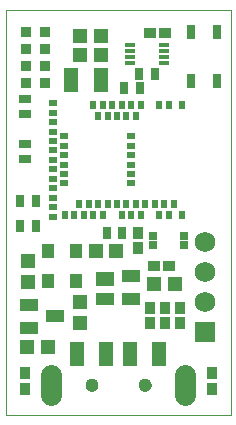
<source format=gts>
G75*
%MOIN*%
%OFA0B0*%
%FSLAX25Y25*%
%IPPOS*%
%LPD*%
%AMOC8*
5,1,8,0,0,1.08239X$1,22.5*
%
%ADD10C,0.00000*%
%ADD11R,0.01975X0.02762*%
%ADD12R,0.02762X0.01975*%
%ADD13R,0.04731X0.07880*%
%ADD14R,0.04534X0.04652*%
%ADD15R,0.04652X0.04534*%
%ADD16R,0.03313X0.04042*%
%ADD17R,0.04042X0.03313*%
%ADD18R,0.06069X0.04337*%
%ADD19R,0.06069X0.05124*%
%ADD20C,0.07000*%
%ADD21C,0.04337*%
%ADD22R,0.05124X0.08274*%
%ADD23R,0.03156X0.03943*%
%ADD24R,0.02953X0.04528*%
%ADD25R,0.02565X0.02565*%
%ADD26R,0.03943X0.03156*%
%ADD27R,0.05912X0.04337*%
%ADD28R,0.04337X0.05124*%
%ADD29R,0.03550X0.03550*%
%ADD30R,0.06900X0.06900*%
%ADD31C,0.06900*%
%ADD32R,0.03740X0.01575*%
D10*
X0037794Y0060631D02*
X0037794Y0195631D01*
X0112794Y0195631D01*
X0112794Y0060631D01*
X0037794Y0060631D01*
X0064467Y0070631D02*
X0064469Y0070719D01*
X0064475Y0070807D01*
X0064485Y0070895D01*
X0064499Y0070983D01*
X0064516Y0071069D01*
X0064538Y0071155D01*
X0064563Y0071239D01*
X0064593Y0071323D01*
X0064625Y0071405D01*
X0064662Y0071485D01*
X0064702Y0071564D01*
X0064746Y0071641D01*
X0064793Y0071716D01*
X0064843Y0071788D01*
X0064897Y0071859D01*
X0064953Y0071926D01*
X0065013Y0071992D01*
X0065075Y0072054D01*
X0065141Y0072114D01*
X0065208Y0072170D01*
X0065279Y0072224D01*
X0065351Y0072274D01*
X0065426Y0072321D01*
X0065503Y0072365D01*
X0065582Y0072405D01*
X0065662Y0072442D01*
X0065744Y0072474D01*
X0065828Y0072504D01*
X0065912Y0072529D01*
X0065998Y0072551D01*
X0066084Y0072568D01*
X0066172Y0072582D01*
X0066260Y0072592D01*
X0066348Y0072598D01*
X0066436Y0072600D01*
X0066524Y0072598D01*
X0066612Y0072592D01*
X0066700Y0072582D01*
X0066788Y0072568D01*
X0066874Y0072551D01*
X0066960Y0072529D01*
X0067044Y0072504D01*
X0067128Y0072474D01*
X0067210Y0072442D01*
X0067290Y0072405D01*
X0067369Y0072365D01*
X0067446Y0072321D01*
X0067521Y0072274D01*
X0067593Y0072224D01*
X0067664Y0072170D01*
X0067731Y0072114D01*
X0067797Y0072054D01*
X0067859Y0071992D01*
X0067919Y0071926D01*
X0067975Y0071859D01*
X0068029Y0071788D01*
X0068079Y0071716D01*
X0068126Y0071641D01*
X0068170Y0071564D01*
X0068210Y0071485D01*
X0068247Y0071405D01*
X0068279Y0071323D01*
X0068309Y0071239D01*
X0068334Y0071155D01*
X0068356Y0071069D01*
X0068373Y0070983D01*
X0068387Y0070895D01*
X0068397Y0070807D01*
X0068403Y0070719D01*
X0068405Y0070631D01*
X0068403Y0070543D01*
X0068397Y0070455D01*
X0068387Y0070367D01*
X0068373Y0070279D01*
X0068356Y0070193D01*
X0068334Y0070107D01*
X0068309Y0070023D01*
X0068279Y0069939D01*
X0068247Y0069857D01*
X0068210Y0069777D01*
X0068170Y0069698D01*
X0068126Y0069621D01*
X0068079Y0069546D01*
X0068029Y0069474D01*
X0067975Y0069403D01*
X0067919Y0069336D01*
X0067859Y0069270D01*
X0067797Y0069208D01*
X0067731Y0069148D01*
X0067664Y0069092D01*
X0067593Y0069038D01*
X0067521Y0068988D01*
X0067446Y0068941D01*
X0067369Y0068897D01*
X0067290Y0068857D01*
X0067210Y0068820D01*
X0067128Y0068788D01*
X0067044Y0068758D01*
X0066960Y0068733D01*
X0066874Y0068711D01*
X0066788Y0068694D01*
X0066700Y0068680D01*
X0066612Y0068670D01*
X0066524Y0068664D01*
X0066436Y0068662D01*
X0066348Y0068664D01*
X0066260Y0068670D01*
X0066172Y0068680D01*
X0066084Y0068694D01*
X0065998Y0068711D01*
X0065912Y0068733D01*
X0065828Y0068758D01*
X0065744Y0068788D01*
X0065662Y0068820D01*
X0065582Y0068857D01*
X0065503Y0068897D01*
X0065426Y0068941D01*
X0065351Y0068988D01*
X0065279Y0069038D01*
X0065208Y0069092D01*
X0065141Y0069148D01*
X0065075Y0069208D01*
X0065013Y0069270D01*
X0064953Y0069336D01*
X0064897Y0069403D01*
X0064843Y0069474D01*
X0064793Y0069546D01*
X0064746Y0069621D01*
X0064702Y0069698D01*
X0064662Y0069777D01*
X0064625Y0069857D01*
X0064593Y0069939D01*
X0064563Y0070023D01*
X0064538Y0070107D01*
X0064516Y0070193D01*
X0064499Y0070279D01*
X0064485Y0070367D01*
X0064475Y0070455D01*
X0064469Y0070543D01*
X0064467Y0070631D01*
X0082183Y0070631D02*
X0082185Y0070719D01*
X0082191Y0070807D01*
X0082201Y0070895D01*
X0082215Y0070983D01*
X0082232Y0071069D01*
X0082254Y0071155D01*
X0082279Y0071239D01*
X0082309Y0071323D01*
X0082341Y0071405D01*
X0082378Y0071485D01*
X0082418Y0071564D01*
X0082462Y0071641D01*
X0082509Y0071716D01*
X0082559Y0071788D01*
X0082613Y0071859D01*
X0082669Y0071926D01*
X0082729Y0071992D01*
X0082791Y0072054D01*
X0082857Y0072114D01*
X0082924Y0072170D01*
X0082995Y0072224D01*
X0083067Y0072274D01*
X0083142Y0072321D01*
X0083219Y0072365D01*
X0083298Y0072405D01*
X0083378Y0072442D01*
X0083460Y0072474D01*
X0083544Y0072504D01*
X0083628Y0072529D01*
X0083714Y0072551D01*
X0083800Y0072568D01*
X0083888Y0072582D01*
X0083976Y0072592D01*
X0084064Y0072598D01*
X0084152Y0072600D01*
X0084240Y0072598D01*
X0084328Y0072592D01*
X0084416Y0072582D01*
X0084504Y0072568D01*
X0084590Y0072551D01*
X0084676Y0072529D01*
X0084760Y0072504D01*
X0084844Y0072474D01*
X0084926Y0072442D01*
X0085006Y0072405D01*
X0085085Y0072365D01*
X0085162Y0072321D01*
X0085237Y0072274D01*
X0085309Y0072224D01*
X0085380Y0072170D01*
X0085447Y0072114D01*
X0085513Y0072054D01*
X0085575Y0071992D01*
X0085635Y0071926D01*
X0085691Y0071859D01*
X0085745Y0071788D01*
X0085795Y0071716D01*
X0085842Y0071641D01*
X0085886Y0071564D01*
X0085926Y0071485D01*
X0085963Y0071405D01*
X0085995Y0071323D01*
X0086025Y0071239D01*
X0086050Y0071155D01*
X0086072Y0071069D01*
X0086089Y0070983D01*
X0086103Y0070895D01*
X0086113Y0070807D01*
X0086119Y0070719D01*
X0086121Y0070631D01*
X0086119Y0070543D01*
X0086113Y0070455D01*
X0086103Y0070367D01*
X0086089Y0070279D01*
X0086072Y0070193D01*
X0086050Y0070107D01*
X0086025Y0070023D01*
X0085995Y0069939D01*
X0085963Y0069857D01*
X0085926Y0069777D01*
X0085886Y0069698D01*
X0085842Y0069621D01*
X0085795Y0069546D01*
X0085745Y0069474D01*
X0085691Y0069403D01*
X0085635Y0069336D01*
X0085575Y0069270D01*
X0085513Y0069208D01*
X0085447Y0069148D01*
X0085380Y0069092D01*
X0085309Y0069038D01*
X0085237Y0068988D01*
X0085162Y0068941D01*
X0085085Y0068897D01*
X0085006Y0068857D01*
X0084926Y0068820D01*
X0084844Y0068788D01*
X0084760Y0068758D01*
X0084676Y0068733D01*
X0084590Y0068711D01*
X0084504Y0068694D01*
X0084416Y0068680D01*
X0084328Y0068670D01*
X0084240Y0068664D01*
X0084152Y0068662D01*
X0084064Y0068664D01*
X0083976Y0068670D01*
X0083888Y0068680D01*
X0083800Y0068694D01*
X0083714Y0068711D01*
X0083628Y0068733D01*
X0083544Y0068758D01*
X0083460Y0068788D01*
X0083378Y0068820D01*
X0083298Y0068857D01*
X0083219Y0068897D01*
X0083142Y0068941D01*
X0083067Y0068988D01*
X0082995Y0069038D01*
X0082924Y0069092D01*
X0082857Y0069148D01*
X0082791Y0069208D01*
X0082729Y0069270D01*
X0082669Y0069336D01*
X0082613Y0069403D01*
X0082559Y0069474D01*
X0082509Y0069546D01*
X0082462Y0069621D01*
X0082418Y0069698D01*
X0082378Y0069777D01*
X0082341Y0069857D01*
X0082309Y0069939D01*
X0082279Y0070023D01*
X0082254Y0070107D01*
X0082232Y0070193D01*
X0082215Y0070279D01*
X0082201Y0070367D01*
X0082191Y0070455D01*
X0082185Y0070543D01*
X0082183Y0070631D01*
D11*
X0082778Y0127324D03*
X0081204Y0130867D03*
X0084353Y0130867D03*
X0087503Y0130867D03*
X0090652Y0130867D03*
X0089078Y0127324D03*
X0092227Y0127324D03*
X0093802Y0130867D03*
X0096558Y0127324D03*
X0079629Y0127324D03*
X0076479Y0127324D03*
X0074904Y0130867D03*
X0078054Y0130867D03*
X0071755Y0130867D03*
X0068605Y0130867D03*
X0067030Y0127324D03*
X0063881Y0127324D03*
X0065456Y0130867D03*
X0062306Y0130867D03*
X0060731Y0127324D03*
X0057582Y0127324D03*
X0070180Y0127324D03*
X0068605Y0160395D03*
X0070180Y0163938D03*
X0071755Y0160395D03*
X0073330Y0163938D03*
X0074904Y0160395D03*
X0076479Y0163938D03*
X0078054Y0160395D03*
X0079629Y0163938D03*
X0081204Y0160395D03*
X0082778Y0163938D03*
X0089078Y0163938D03*
X0092227Y0163938D03*
X0096558Y0163938D03*
X0067030Y0163938D03*
D12*
X0057188Y0153505D03*
X0057188Y0150355D03*
X0057188Y0147206D03*
X0057188Y0144056D03*
X0057188Y0140906D03*
X0057188Y0137757D03*
X0053645Y0139332D03*
X0053645Y0142481D03*
X0053645Y0145631D03*
X0053645Y0148781D03*
X0053645Y0151930D03*
X0053645Y0155080D03*
X0053645Y0158229D03*
X0053645Y0161379D03*
X0053645Y0164529D03*
X0053645Y0136182D03*
X0053645Y0133032D03*
X0053645Y0129883D03*
X0053645Y0126733D03*
X0079629Y0137757D03*
X0079629Y0140906D03*
X0079629Y0144056D03*
X0079629Y0147206D03*
X0079629Y0150355D03*
X0079629Y0153505D03*
D13*
X0069528Y0172193D03*
X0059685Y0172193D03*
D14*
X0062724Y0180631D03*
X0062724Y0186881D03*
X0069614Y0186881D03*
X0069614Y0180631D03*
X0067787Y0115318D03*
X0074677Y0115318D03*
X0087412Y0104381D03*
X0094302Y0104381D03*
X0051864Y0083131D03*
X0044974Y0083131D03*
D15*
X0045294Y0104999D03*
X0045294Y0111888D03*
X0062482Y0098138D03*
X0062482Y0091249D03*
D16*
X0044169Y0074440D03*
X0044169Y0069322D03*
X0081857Y0116197D03*
X0081857Y0121315D03*
X0085919Y0096315D03*
X0085919Y0091197D03*
X0090919Y0091197D03*
X0090919Y0096315D03*
X0095919Y0096315D03*
X0095919Y0091197D03*
X0106419Y0074440D03*
X0106419Y0069322D03*
D17*
X0092228Y0110318D03*
X0087110Y0110318D03*
X0085798Y0187818D03*
X0090916Y0187818D03*
D18*
X0079625Y0106871D03*
X0079625Y0099391D03*
X0070963Y0099391D03*
D19*
X0070963Y0106084D03*
D20*
X0052853Y0073931D02*
X0052853Y0067331D01*
X0097735Y0067331D02*
X0097735Y0073931D01*
D21*
X0084152Y0070631D03*
X0066436Y0070631D03*
D22*
X0071357Y0080867D03*
X0079231Y0080867D03*
X0089074Y0080867D03*
X0061515Y0080867D03*
D23*
X0071485Y0121256D03*
X0076603Y0121256D03*
X0047791Y0123443D03*
X0042673Y0123443D03*
X0042673Y0131881D03*
X0047791Y0131881D03*
X0077360Y0169443D03*
X0082478Y0169443D03*
X0082360Y0174381D03*
X0087478Y0174381D03*
D24*
X0099749Y0171837D03*
X0108214Y0171837D03*
X0108214Y0188175D03*
X0099749Y0188175D03*
D25*
X0097386Y0120232D03*
X0097386Y0117280D03*
X0086953Y0117280D03*
X0086953Y0120232D03*
D26*
X0044294Y0145884D03*
X0044294Y0151002D03*
X0044294Y0160884D03*
X0044294Y0166002D03*
D27*
X0045651Y0097184D03*
X0045651Y0089703D03*
X0054312Y0093443D03*
D28*
X0051820Y0105318D03*
X0051820Y0115318D03*
X0061269Y0115318D03*
X0061269Y0105318D03*
D29*
X0050944Y0171256D03*
X0050944Y0176881D03*
X0050944Y0182506D03*
X0050944Y0188131D03*
X0044645Y0188131D03*
X0044645Y0182506D03*
X0044645Y0176881D03*
X0044645Y0171256D03*
D30*
X0104294Y0088131D03*
D31*
X0104294Y0098131D03*
X0104294Y0108131D03*
X0104294Y0118131D03*
D32*
X0090565Y0178053D03*
X0090565Y0180022D03*
X0090565Y0181990D03*
X0090565Y0183959D03*
X0079148Y0183959D03*
X0079148Y0181990D03*
X0079148Y0180022D03*
X0079148Y0178053D03*
M02*

</source>
